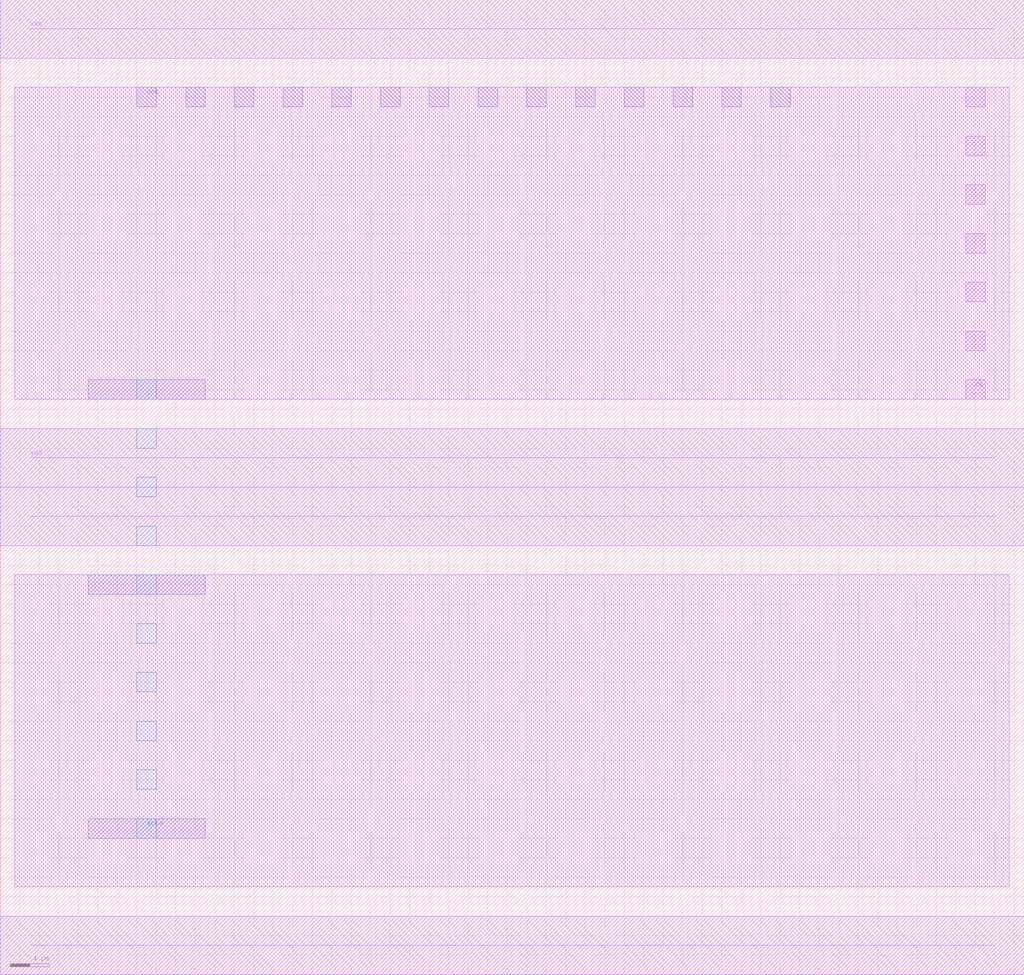
<source format=lef>

VERSION             5.2 ;
NAMESCASESENSITIVE  ON ;
BUSBITCHARS         "()" ;
DIVIDERCHAR         "." ;


MACRO rf2_dec_bufad0
    CLASS     CORE ;
    ORIGIN    0.00 0.00 ;
    SIZE      45.00 BY 50.00 ;
    SYMMETRY  X Y ;
    SITE      core ;
    PIN nq
        DIRECTION INOUT ;
        PORT
            LAYER ALU2 ;
            RECT 14.00 24.00 16.00 26.00 ;
        END
    END nq
    PIN q
        DIRECTION OUTPUT ;
        PORT
            LAYER ALU2 ;
            RECT 24.00 29.00 26.00 31.00 ;
        END
    END q
    PIN i
        DIRECTION INPUT ;
        PORT
            LAYER ALU1 ;
            RECT 4.00 39.00 6.00 41.00 ;
            RECT 4.00 34.00 6.00 36.00 ;
            RECT 4.00 29.00 6.00 31.00 ;
            RECT 4.00 24.00 6.00 26.00 ;
            RECT 4.00 19.00 6.00 21.00 ;
            RECT 4.00 14.00 6.00 16.00 ;
            RECT 4.00 9.00 6.00 11.00 ;
        END
    END i
    PIN vdd
        DIRECTION INPUT ;
        USE POWER ;
        SHAPE ABUTMENT ;
        PORT
            LAYER ALU1 ;
            WIDTH 6.00 ;
            PATH 3.00 47.00 42.00 47.00 ;
        END
    END vdd
    PIN vss
        DIRECTION INPUT ;
        USE GROUND ;
        SHAPE ABUTMENT ;
        PORT
            LAYER ALU1 ;
            WIDTH 6.00 ;
            PATH 3.00 3.00 42.00 3.00 ;
        END
    END vss
    OBS
        LAYER ALU1 ;
        RECT 1.50 9.00 43.50 41.00 ;
    END
END rf2_dec_bufad0


MACRO rf2_dec_bufad1_l
    CLASS     CORE ;
    ORIGIN    0.00 0.00 ;
    SIZE      50.00 BY 50.00 ;
    SYMMETRY  X Y ;
    SITE      core ;
    PIN nq
        DIRECTION OUTPUT ;
        PORT
            LAYER ALU3 ;
            RECT 24.00 19.00 26.00 21.00 ;
        END
    END nq
    PIN q
        DIRECTION OUTPUT ;
        PORT
            LAYER ALU3 ;
            RECT 29.00 19.00 31.00 21.00 ;
        END
    END q
    PIN i
        DIRECTION INPUT ;
        PORT
            LAYER ALU3 ;
            RECT 19.00 19.00 21.00 21.00 ;
        END
    END i
    PIN vdd
        DIRECTION INPUT ;
        USE POWER ;
        SHAPE ABUTMENT ;
        PORT
            LAYER ALU1 ;
            WIDTH 6.00 ;
            PATH 3.00 47.00 47.00 47.00 ;
        END
    END vdd
    PIN vss
        DIRECTION INPUT ;
        USE GROUND ;
        SHAPE ABUTMENT ;
        PORT
            LAYER ALU1 ;
            WIDTH 6.00 ;
            PATH 3.00 3.00 47.00 3.00 ;
        END
    END vss
    OBS
        LAYER ALU1 ;
        RECT 1.50 9.00 48.50 41.00 ;
        LAYER ALU2 ;
        RECT 19.00 19.00 31.00 21.00 ;
    END
END rf2_dec_bufad1_l


MACRO rf2_dec_bufad1_r
    CLASS     CORE ;
    ORIGIN    0.00 0.00 ;
    SIZE      100.00 BY 50.00 ;
    SYMMETRY  X Y ;
    SITE      core ;
    PIN nq
        DIRECTION OUTPUT ;
        PORT
            LAYER ALU3 ;
            RECT 24.00 19.00 26.00 21.00 ;
        END
    END nq
    PIN q
        DIRECTION OUTPUT ;
        PORT
            LAYER ALU3 ;
            RECT 29.00 19.00 31.00 21.00 ;
        END
    END q
    PIN i
        DIRECTION INPUT ;
        PORT
            LAYER ALU3 ;
            RECT 19.00 19.00 21.00 21.00 ;
        END
    END i
    PIN vdd
        DIRECTION INPUT ;
        USE POWER ;
        SHAPE ABUTMENT ;
        PORT
            LAYER ALU1 ;
            WIDTH 6.00 ;
            PATH 3.00 47.00 97.00 47.00 ;
        END
    END vdd
    PIN vss
        DIRECTION INPUT ;
        USE GROUND ;
        SHAPE ABUTMENT ;
        PORT
            LAYER ALU1 ;
            WIDTH 6.00 ;
            PATH 3.00 3.00 97.00 3.00 ;
        END
    END vss
    OBS
        LAYER ALU1 ;
        RECT 1.50 9.00 98.50 41.00 ;
        LAYER ALU2 ;
        RECT 19.00 19.00 31.00 21.00 ;
    END
END rf2_dec_bufad1_r


MACRO rf2_dec_bufad2_l
    CLASS     CORE ;
    ORIGIN    0.00 0.00 ;
    SIZE      50.00 BY 50.00 ;
    SYMMETRY  X Y ;
    SITE      core ;
    PIN nq0
        DIRECTION INOUT ;
        PORT
            LAYER ALU3 ;
            RECT 29.00 19.00 31.00 21.00 ;
        END
    END nq0
    PIN nq1
        DIRECTION INOUT ;
        PORT
            LAYER ALU3 ;
            RECT 34.00 19.00 36.00 21.00 ;
        END
    END nq1
    PIN q0
        DIRECTION OUTPUT ;
        PORT
            LAYER ALU3 ;
            RECT 19.00 19.00 21.00 21.00 ;
        END
    END q0
    PIN q1
        DIRECTION OUTPUT ;
        PORT
            LAYER ALU3 ;
            RECT 44.00 19.00 46.00 21.00 ;
        END
    END q1
    PIN i0
        DIRECTION INPUT ;
        PORT
            LAYER ALU3 ;
            RECT 24.00 19.00 26.00 21.00 ;
        END
    END i0
    PIN i1
        DIRECTION INPUT ;
        PORT
            LAYER ALU3 ;
            RECT 39.00 19.00 41.00 21.00 ;
        END
    END i1
    PIN vdd
        DIRECTION INPUT ;
        USE POWER ;
        SHAPE ABUTMENT ;
        PORT
            LAYER ALU1 ;
            WIDTH 6.00 ;
            PATH 3.00 47.00 47.00 47.00 ;
        END
    END vdd
    PIN vss
        DIRECTION INPUT ;
        USE GROUND ;
        SHAPE ABUTMENT ;
        PORT
            LAYER ALU1 ;
            WIDTH 6.00 ;
            PATH 3.00 3.00 47.00 3.00 ;
        END
    END vss
    OBS
        LAYER ALU1 ;
        RECT 1.50 9.00 48.50 41.00 ;
        LAYER ALU2 ;
        RECT 19.00 19.00 46.00 21.00 ;
    END
END rf2_dec_bufad2_l


MACRO rf2_dec_bufad2_r
    CLASS     CORE ;
    ORIGIN    0.00 0.00 ;
    SIZE      100.00 BY 50.00 ;
    SYMMETRY  X Y ;
    SITE      core ;
    PIN nq0
        DIRECTION INOUT ;
        PORT
            LAYER ALU3 ;
            RECT 29.00 19.00 31.00 21.00 ;
        END
    END nq0
    PIN nq1
        DIRECTION INOUT ;
        PORT
            LAYER ALU3 ;
            RECT 34.00 19.00 36.00 21.00 ;
        END
    END nq1
    PIN q0
        DIRECTION OUTPUT ;
        PORT
            LAYER ALU3 ;
            RECT 19.00 19.00 21.00 21.00 ;
        END
    END q0
    PIN q1
        DIRECTION OUTPUT ;
        PORT
            LAYER ALU3 ;
            RECT 44.00 19.00 46.00 21.00 ;
        END
    END q1
    PIN i0
        DIRECTION INPUT ;
        PORT
            LAYER ALU3 ;
            RECT 24.00 19.00 26.00 21.00 ;
        END
    END i0
    PIN i1
        DIRECTION INPUT ;
        PORT
            LAYER ALU3 ;
            RECT 39.00 19.00 41.00 21.00 ;
        END
    END i1
    PIN vdd
        DIRECTION INPUT ;
        USE POWER ;
        SHAPE ABUTMENT ;
        PORT
            LAYER ALU1 ;
            WIDTH 6.00 ;
            PATH 3.00 47.00 97.00 47.00 ;
        END
    END vdd
    PIN vss
        DIRECTION INPUT ;
        USE GROUND ;
        SHAPE ABUTMENT ;
        PORT
            LAYER ALU1 ;
            WIDTH 6.00 ;
            PATH 3.00 3.00 97.00 3.00 ;
        END
    END vss
    OBS
        LAYER ALU1 ;
        RECT 1.50 9.00 98.50 41.00 ;
        LAYER ALU2 ;
        RECT 19.00 19.00 46.00 21.00 ;
    END
END rf2_dec_bufad2_r


MACRO rf2_dec_nand2
    CLASS     CORE ;
    ORIGIN    0.00 0.00 ;
    SIZE      70.00 BY 50.00 ;
    SYMMETRY  X Y ;
    SITE      core ;
    PIN nq
        DIRECTION OUTPUT ;
        PORT
            LAYER ALU3 ;
            RECT 44.00 19.00 46.00 21.00 ;
        END
    END nq
    PIN i0
        DIRECTION INPUT ;
        PORT
            LAYER ALU3 ;
            RECT 14.00 19.00 16.00 21.00 ;
        END
    END i0
    PIN i1
        DIRECTION INPUT ;
        PORT
            LAYER ALU3 ;
            RECT 24.00 19.00 26.00 21.00 ;
        END
    END i1
    PIN vdd
        DIRECTION INPUT ;
        USE POWER ;
        SHAPE ABUTMENT ;
        PORT
            LAYER ALU1 ;
            WIDTH 6.00 ;
            PATH 3.00 47.00 67.00 47.00 ;
        END
    END vdd
    PIN vss
        DIRECTION INPUT ;
        USE GROUND ;
        SHAPE ABUTMENT ;
        PORT
            LAYER ALU1 ;
            WIDTH 6.00 ;
            PATH 3.00 3.00 67.00 3.00 ;
        END
    END vss
    OBS
        LAYER ALU1 ;
        RECT 1.50 9.00 68.50 41.00 ;
        LAYER ALU2 ;
        RECT 19.00 19.00 26.00 21.00 ;
        RECT 14.00 19.00 46.00 21.00 ;
    END
END rf2_dec_nand2


MACRO rf2_dec_nand3
    CLASS     CORE ;
    ORIGIN    0.00 0.00 ;
    SIZE      70.00 BY 50.00 ;
    SYMMETRY  X Y ;
    SITE      core ;
    PIN nq
        DIRECTION OUTPUT ;
        PORT
            LAYER ALU3 ;
            RECT 44.00 19.00 46.00 21.00 ;
        END
    END nq
    PIN i0
        DIRECTION INPUT ;
        PORT
            LAYER ALU3 ;
            RECT 14.00 19.00 16.00 21.00 ;
        END
    END i0
    PIN i2
        DIRECTION INPUT ;
        PORT
            LAYER ALU3 ;
            RECT 29.00 19.00 31.00 21.00 ;
        END
    END i2
    PIN i1
        DIRECTION INPUT ;
        PORT
            LAYER ALU3 ;
            RECT 24.00 19.00 26.00 21.00 ;
        END
    END i1
    PIN vdd
        DIRECTION INPUT ;
        USE POWER ;
        SHAPE ABUTMENT ;
        PORT
            LAYER ALU1 ;
            WIDTH 6.00 ;
            PATH 3.00 47.00 67.00 47.00 ;
        END
    END vdd
    PIN vss
        DIRECTION INPUT ;
        USE GROUND ;
        SHAPE ABUTMENT ;
        PORT
            LAYER ALU1 ;
            WIDTH 6.00 ;
            PATH 3.00 3.00 67.00 3.00 ;
        END
    END vss
    OBS
        LAYER ALU1 ;
        RECT 1.50 9.00 68.50 41.00 ;
        LAYER ALU2 ;
        RECT 19.00 19.00 26.00 21.00 ;
        RECT 14.00 19.00 46.00 21.00 ;
    END
END rf2_dec_nand3


MACRO rf2_dec_nand4
    CLASS     CORE ;
    ORIGIN    0.00 0.00 ;
    SIZE      70.00 BY 50.00 ;
    SYMMETRY  X Y ;
    SITE      core ;
    PIN nq
        DIRECTION OUTPUT ;
        PORT
            LAYER ALU3 ;
            RECT 44.00 19.00 46.00 21.00 ;
        END
    END nq
    PIN i1
        DIRECTION INPUT ;
        PORT
            LAYER ALU3 ;
            RECT 24.00 19.00 26.00 21.00 ;
        END
    END i1
    PIN i2
        DIRECTION INPUT ;
        PORT
            LAYER ALU3 ;
            RECT 29.00 19.00 31.00 21.00 ;
        END
    END i2
    PIN i0
        DIRECTION INPUT ;
        PORT
            LAYER ALU3 ;
            RECT 14.00 19.00 16.00 21.00 ;
        END
    END i0
    PIN i3
        DIRECTION INPUT ;
        PORT
            LAYER ALU3 ;
            RECT 34.00 19.00 36.00 21.00 ;
        END
    END i3
    PIN vdd
        DIRECTION INPUT ;
        USE POWER ;
        SHAPE ABUTMENT ;
        PORT
            LAYER ALU1 ;
            WIDTH 6.00 ;
            PATH 3.00 47.00 67.00 47.00 ;
        END
    END vdd
    PIN vss
        DIRECTION INPUT ;
        USE GROUND ;
        SHAPE ABUTMENT ;
        PORT
            LAYER ALU1 ;
            WIDTH 6.00 ;
            PATH 3.00 3.00 67.00 3.00 ;
        END
    END vss
    OBS
        LAYER ALU1 ;
        RECT 1.50 9.00 68.50 41.00 ;
        LAYER ALU2 ;
        RECT 14.00 19.00 46.00 21.00 ;
        RECT 19.00 19.00 26.00 21.00 ;
    END
END rf2_dec_nand4


MACRO rf2_dec_nao3
    CLASS     CORE ;
    ORIGIN    0.00 0.00 ;
    SIZE      35.00 BY 50.00 ;
    SYMMETRY  X Y ;
    SITE      core ;
    PIN nq
        DIRECTION OUTPUT ;
        PORT
            LAYER ALU2 ;
            RECT 9.00 14.00 11.00 16.00 ;
        END
    END nq
    PIN i1
        DIRECTION INPUT ;
        PORT
            LAYER ALU2 ;
            RECT 4.00 19.00 6.00 21.00 ;
        END
    END i1
    PIN i0
        DIRECTION INPUT ;
        PORT
            LAYER ALU2 ;
            RECT 9.00 39.00 11.00 41.00 ;
        END
    END i0
    PIN i2
        DIRECTION INPUT ;
        PORT
            LAYER ALU2 ;
            RECT 19.00 34.00 21.00 36.00 ;
        END
    END i2
    PIN vdd
        DIRECTION INPUT ;
        USE POWER ;
        SHAPE ABUTMENT ;
        PORT
            LAYER ALU1 ;
            WIDTH 6.00 ;
            PATH 3.00 47.00 32.00 47.00 ;
        END
    END vdd
    PIN vss
        DIRECTION INPUT ;
        USE GROUND ;
        SHAPE ABUTMENT ;
        PORT
            LAYER ALU1 ;
            WIDTH 6.00 ;
            PATH 3.00 3.00 32.00 3.00 ;
        END
    END vss
    OBS
        LAYER ALU1 ;
        RECT 1.50 9.00 33.50 41.00 ;
        LAYER ALU2 ;
        RECT 4.00 19.00 11.00 21.00 ;
    END
END rf2_dec_nao3


MACRO rf2_dec_nbuf
    CLASS     CORE ;
    ORIGIN    0.00 0.00 ;
    SIZE      105.00 BY 50.00 ;
    SYMMETRY  X Y ;
    SITE      core ;
    PIN nq
        DIRECTION OUTPUT ;
        PORT
            LAYER ALU2 ;
            RECT 19.00 9.00 21.00 11.00 ;
            RECT 14.00 9.00 16.00 11.00 ;
            RECT 9.00 9.00 11.00 11.00 ;
        END
    END nq
    PIN i
        DIRECTION INPUT ;
        PORT
            LAYER ALU1 ;
            RECT 49.00 39.00 51.00 41.00 ;
            RECT 49.00 34.00 51.00 36.00 ;
            RECT 49.00 29.00 51.00 31.00 ;
            RECT 49.00 24.00 51.00 26.00 ;
            RECT 49.00 19.00 51.00 21.00 ;
            RECT 49.00 14.00 51.00 16.00 ;
            RECT 49.00 9.00 51.00 11.00 ;
        END
    END i
    PIN vdd
        DIRECTION INPUT ;
        USE POWER ;
        SHAPE ABUTMENT ;
        PORT
            LAYER ALU1 ;
            WIDTH 6.00 ;
            PATH 3.00 47.00 102.00 47.00 ;
        END
    END vdd
    PIN vss
        DIRECTION INPUT ;
        USE GROUND ;
        SHAPE ABUTMENT ;
        PORT
            LAYER ALU1 ;
            WIDTH 6.00 ;
            PATH 3.00 3.00 102.00 3.00 ;
        END
    END vss
    OBS
        LAYER ALU1 ;
        RECT 1.50 9.00 103.50 41.00 ;
    END
END rf2_dec_nbuf


MACRO rf2_dec_nor3
    CLASS     CORE ;
    ORIGIN    0.00 0.00 ;
    SIZE      35.00 BY 50.00 ;
    SYMMETRY  X Y ;
    SITE      core ;
    PIN nq
        DIRECTION OUTPUT ;
        PORT
            LAYER ALU2 ;
            RECT 9.00 14.00 11.00 16.00 ;
        END
    END nq
    PIN i0
        DIRECTION INPUT ;
        PORT
            LAYER ALU2 ;
            RECT 9.00 39.00 11.00 41.00 ;
        END
    END i0
    PIN i2
        DIRECTION INPUT ;
        PORT
            LAYER ALU2 ;
            RECT 19.00 9.00 21.00 11.00 ;
        END
    END i2
    PIN i1
        DIRECTION INPUT ;
        PORT
            LAYER ALU2 ;
            RECT 4.00 19.00 6.00 21.00 ;
        END
    END i1
    PIN vdd
        DIRECTION INPUT ;
        USE POWER ;
        SHAPE ABUTMENT ;
        PORT
            LAYER ALU1 ;
            WIDTH 6.00 ;
            PATH 3.00 47.00 32.00 47.00 ;
        END
    END vdd
    PIN vss
        DIRECTION INPUT ;
        USE GROUND ;
        SHAPE ABUTMENT ;
        PORT
            LAYER ALU1 ;
            WIDTH 6.00 ;
            PATH 3.00 3.00 32.00 3.00 ;
        END
    END vss
    OBS
        LAYER ALU1 ;
        RECT 1.50 9.00 33.50 41.00 ;
        LAYER ALU2 ;
        RECT 4.00 19.00 11.00 21.00 ;
    END
END rf2_dec_nor3


MACRO rf2_inmux_buf
    CLASS     CORE ;
    ORIGIN    0.00 0.00 ;
    SIZE      45.00 BY 100.00 ;
    SYMMETRY  Y ;
    SITE      core ;
    PIN sel0
        DIRECTION OUTPUT ;
        PORT
            LAYER ALU3 ;
            RECT 34.00 39.00 36.00 41.00 ;
        END
    END sel0
    PIN sel1
        DIRECTION OUTPUT ;
        PORT
            LAYER ALU3 ;
            RECT 24.00 14.00 26.00 16.00 ;
        END
    END sel1
    PIN sel
        DIRECTION INPUT ;
        PORT
            LAYER ALU1 ;
            RECT 14.00 89.00 16.00 91.00 ;
            RECT 14.00 84.00 16.00 86.00 ;
            RECT 14.00 79.00 16.00 81.00 ;
            RECT 14.00 74.00 16.00 76.00 ;
            RECT 14.00 69.00 16.00 71.00 ;
        END
    END sel
    PIN vdd
        DIRECTION INPUT ;
        USE POWER ;
        SHAPE ABUTMENT ;
        PORT
            LAYER ALU1 ;
            WIDTH 6.00 ;
            PATH 3.00 47.00 42.00 47.00 ;
            LAYER ALU1 ;
            WIDTH 6.00 ;
            PATH 3.00 53.00 42.00 53.00 ;
        END
    END vdd
    PIN vss
        DIRECTION INPUT ;
        USE GROUND ;
        SHAPE ABUTMENT ;
        PORT
            LAYER ALU1 ;
            WIDTH 6.00 ;
            PATH 3.00 3.00 42.00 3.00 ;
            LAYER ALU1 ;
            WIDTH 6.00 ;
            PATH 3.00 97.00 42.00 97.00 ;
        END
    END vss
    OBS
        LAYER ALU1 ;
        RECT 1.50 9.00 43.50 41.00 ;
        RECT 1.50 59.00 43.50 91.00 ;
        LAYER ALU2 ;
        RECT 26.00 39.00 40.00 41.00 ;
        RECT 8.00 14.00 26.00 16.00 ;
        RECT 4.00 14.00 26.00 16.00 ;
        RECT 24.00 39.00 41.00 41.00 ;
    END
END rf2_inmux_buf


MACRO rf2_inmux_mem
    CLASS     CORE ;
    ORIGIN    0.00 0.00 ;
    SIZE      45.00 BY 50.00 ;
    SYMMETRY  X Y ;
    SITE      core ;
    PIN dinx
        DIRECTION OUTPUT ;
        PORT
            LAYER ALU2 ;
            RECT 9.00 9.00 11.00 11.00 ;
        END
    END dinx
    PIN datain1
        DIRECTION INPUT ;
        PORT
            LAYER ALU1 ;
            RECT 39.00 39.00 41.00 41.00 ;
            RECT 39.00 34.00 41.00 36.00 ;
            RECT 39.00 29.00 41.00 31.00 ;
            RECT 39.00 24.00 41.00 26.00 ;
            RECT 39.00 19.00 41.00 21.00 ;
            RECT 39.00 14.00 41.00 16.00 ;
        END
    END datain1
    PIN datain0
        DIRECTION INPUT ;
        PORT
            LAYER ALU1 ;
            RECT 19.00 39.00 21.00 41.00 ;
            RECT 19.00 34.00 21.00 36.00 ;
            RECT 19.00 29.00 21.00 31.00 ;
            RECT 19.00 24.00 21.00 26.00 ;
            RECT 19.00 19.00 21.00 21.00 ;
            RECT 19.00 14.00 21.00 16.00 ;
        END
    END datain0
    PIN sel0
        DIRECTION INPUT ;
        PORT
            LAYER ALU3 ;
            RECT 34.00 29.00 36.00 31.00 ;
        END
    END sel0
    PIN sel1
        DIRECTION INPUT ;
        PORT
            LAYER ALU3 ;
            RECT 24.00 29.00 26.00 31.00 ;
        END
    END sel1
    PIN vdd
        DIRECTION INPUT ;
        USE POWER ;
        SHAPE ABUTMENT ;
        PORT
            LAYER ALU1 ;
            WIDTH 6.00 ;
            PATH 3.00 47.00 42.00 47.00 ;
        END
    END vdd
    PIN vss
        DIRECTION INPUT ;
        USE GROUND ;
        SHAPE ABUTMENT ;
        PORT
            LAYER ALU1 ;
            WIDTH 6.00 ;
            PATH 3.00 3.00 42.00 3.00 ;
        END
    END vss
    OBS
        LAYER ALU1 ;
        RECT 1.50 9.00 43.50 41.00 ;
        LAYER ALU2 ;
        RECT 24.00 29.00 36.00 31.00 ;
    END
END rf2_inmux_mem


MACRO rf2_mid_buf
    CLASS     CORE ;
    ORIGIN    0.00 0.00 ;
    SIZE      35.00 BY 100.00 ;
    SYMMETRY  Y ;
    SITE      core ;
    PIN reada
        DIRECTION OUTPUT ;
        PORT
            LAYER ALU3 ;
            RECT 19.00 59.00 21.00 61.00 ;
            RECT 19.00 54.00 21.00 56.00 ;
            RECT 19.00 49.00 21.00 51.00 ;
            RECT 19.00 44.00 21.00 46.00 ;
            RECT 19.00 39.00 21.00 41.00 ;
            RECT 19.00 34.00 21.00 36.00 ;
            RECT 19.00 29.00 21.00 31.00 ;
            RECT 19.00 24.00 21.00 26.00 ;
            RECT 19.00 19.00 21.00 21.00 ;
            RECT 19.00 14.00 21.00 16.00 ;
        END
    END reada
    PIN write
        DIRECTION OUTPUT ;
        PORT
            LAYER ALU3 ;
            RECT 4.00 59.00 6.00 61.00 ;
            RECT 4.00 54.00 6.00 56.00 ;
            RECT 4.00 49.00 6.00 51.00 ;
            RECT 4.00 44.00 6.00 46.00 ;
            RECT 4.00 39.00 6.00 41.00 ;
            RECT 4.00 34.00 6.00 36.00 ;
            RECT 4.00 29.00 6.00 31.00 ;
            RECT 4.00 24.00 6.00 26.00 ;
            RECT 4.00 19.00 6.00 21.00 ;
            RECT 4.00 14.00 6.00 16.00 ;
        END
    END write
    PIN readb
        DIRECTION OUTPUT ;
        PORT
            LAYER ALU3 ;
            RECT 29.00 59.00 31.00 61.00 ;
            RECT 29.00 54.00 31.00 56.00 ;
            RECT 29.00 49.00 31.00 51.00 ;
            RECT 29.00 44.00 31.00 46.00 ;
            RECT 29.00 39.00 31.00 41.00 ;
            RECT 29.00 34.00 31.00 36.00 ;
            RECT 29.00 29.00 31.00 31.00 ;
            RECT 29.00 24.00 31.00 26.00 ;
            RECT 29.00 19.00 31.00 21.00 ;
            RECT 29.00 14.00 31.00 16.00 ;
        END
    END readb
    PIN selrb
        DIRECTION INPUT ;
        PORT
            LAYER ALU2 ;
            RECT 24.00 84.00 26.00 86.00 ;
        END
    END selrb
    PIN selra
        DIRECTION INPUT ;
        PORT
            LAYER ALU2 ;
            RECT 14.00 84.00 16.00 86.00 ;
        END
    END selra
    PIN nck
        DIRECTION INPUT ;
        PORT
            LAYER ALU2 ;
            RECT -1.00 89.00 1.00 91.00 ;
        END
    END nck
    PIN selw
        DIRECTION INPUT ;
        PORT
            LAYER ALU2 ;
            RECT 9.00 84.00 11.00 86.00 ;
        END
    END selw
    PIN vdd
        DIRECTION INPUT ;
        USE POWER ;
        SHAPE ABUTMENT ;
        PORT
            LAYER ALU1 ;
            WIDTH 6.00 ;
            PATH 3.00 47.00 32.00 47.00 ;
            LAYER ALU1 ;
            WIDTH 6.00 ;
            PATH 3.00 53.00 32.00 53.00 ;
        END
    END vdd
    PIN vss
        DIRECTION INPUT ;
        USE GROUND ;
        SHAPE ABUTMENT ;
        PORT
            LAYER ALU1 ;
            WIDTH 6.00 ;
            PATH 3.00 3.00 32.00 3.00 ;
            LAYER ALU1 ;
            WIDTH 6.00 ;
            PATH 3.00 97.00 32.00 97.00 ;
        END
    END vss
    OBS
        LAYER ALU1 ;
        RECT 1.50 9.00 33.50 41.00 ;
        RECT 1.50 59.00 33.50 91.00 ;
        LAYER ALU2 ;
        RECT 14.00 64.00 31.00 66.00 ;
        RECT 4.00 59.00 31.00 61.00 ;
        RECT 4.00 39.00 31.00 41.00 ;
        RECT 14.00 19.00 26.00 21.00 ;
        RECT 4.00 14.00 31.00 16.00 ;
        RECT 17.00 39.00 21.00 41.00 ;
        RECT 17.00 14.00 21.00 16.00 ;
        RECT 14.00 64.00 21.00 66.00 ;
        RECT 24.00 64.00 31.00 66.00 ;
        LAYER ALU3 ;
        RECT 14.00 19.00 16.00 66.00 ;
        RECT 24.00 19.00 26.00 66.00 ;
        RECT 24.00 19.00 26.00 66.00 ;
        RECT 14.00 19.00 16.00 66.00 ;
    END
END rf2_mid_buf


MACRO rf2_mid_mem_r0
    CLASS     CORE ;
    ORIGIN    0.00 0.00 ;
    SIZE      35.00 BY 50.00 ;
    SYMMETRY  X Y ;
    SITE      core ;
    PIN busb
        DIRECTION OUTPUT TRISTATE ;
        PORT
            LAYER ALU2 ;
            RECT 34.00 24.00 36.00 26.00 ;
        END
    END busb
    PIN busa
        DIRECTION OUTPUT TRISTATE ;
        PORT
            LAYER ALU2 ;
            RECT 34.00 14.00 36.00 16.00 ;
        END
    END busa
    PIN write
        DIRECTION INPUT ;
        PORT
            LAYER ALU3 ;
            RECT 4.00 29.00 6.00 31.00 ;
        END
    END write
    PIN dinx
        DIRECTION INPUT ;
        PORT
            LAYER ALU2 ;
            RECT 19.00 9.00 21.00 11.00 ;
        END
    END dinx
    PIN reada
        DIRECTION INPUT ;
        PORT
            LAYER ALU3 ;
            RECT 19.00 29.00 21.00 31.00 ;
        END
    END reada
    PIN readb
        DIRECTION INPUT ;
        PORT
            LAYER ALU3 ;
            RECT 29.00 29.00 31.00 31.00 ;
        END
    END readb
    PIN vdd
        DIRECTION INPUT ;
        USE POWER ;
        SHAPE ABUTMENT ;
        PORT
            LAYER ALU1 ;
            WIDTH 6.00 ;
            PATH 3.00 47.00 32.00 47.00 ;
        END
    END vdd
    PIN vss
        DIRECTION INPUT ;
        USE GROUND ;
        SHAPE ABUTMENT ;
        PORT
            LAYER ALU1 ;
            WIDTH 6.00 ;
            PATH 3.00 3.00 32.00 3.00 ;
        END
    END vss
    OBS
        LAYER ALU1 ;
        RECT 1.50 9.00 33.50 41.00 ;
        LAYER ALU2 ;
        RECT 19.00 29.00 26.00 31.00 ;
    END
END rf2_mid_mem_r0


MACRO rf2_mid_mem
    CLASS     CORE ;
    ORIGIN    0.00 0.00 ;
    SIZE      35.00 BY 50.00 ;
    SYMMETRY  X Y ;
    SITE      core ;
    PIN busb
        DIRECTION OUTPUT TRISTATE ;
        PORT
            LAYER ALU2 ;
            RECT 34.00 24.00 36.00 26.00 ;
        END
    END busb
    PIN busa
        DIRECTION OUTPUT TRISTATE ;
        PORT
            LAYER ALU2 ;
            RECT 34.00 14.00 36.00 16.00 ;
        END
    END busa
    PIN write
        DIRECTION INPUT ;
        PORT
            LAYER ALU3 ;
            RECT 4.00 29.00 6.00 31.00 ;
        END
    END write
    PIN dinx
        DIRECTION INPUT ;
        PORT
            LAYER ALU2 ;
            RECT 19.00 9.00 21.00 11.00 ;
        END
    END dinx
    PIN reada
        DIRECTION INPUT ;
        PORT
            LAYER ALU3 ;
            RECT 19.00 29.00 21.00 31.00 ;
        END
    END reada
    PIN readb
        DIRECTION INPUT ;
        PORT
            LAYER ALU3 ;
            RECT 29.00 29.00 31.00 31.00 ;
        END
    END readb
    PIN vdd
        DIRECTION INPUT ;
        USE POWER ;
        SHAPE ABUTMENT ;
        PORT
            LAYER ALU1 ;
            WIDTH 6.00 ;
            PATH 3.00 47.00 32.00 47.00 ;
        END
    END vdd
    PIN vss
        DIRECTION INPUT ;
        USE GROUND ;
        SHAPE ABUTMENT ;
        PORT
            LAYER ALU1 ;
            WIDTH 6.00 ;
            PATH 3.00 3.00 32.00 3.00 ;
        END
    END vss
    OBS
        LAYER ALU1 ;
        RECT 1.50 9.00 33.50 41.00 ;
        LAYER ALU2 ;
        RECT 19.00 29.00 26.00 31.00 ;
        RECT 4.00 29.00 16.00 31.00 ;
    END
END rf2_mid_mem


MACRO rf2_out_buf
    CLASS     CORE ;
    ORIGIN    0.00 0.00 ;
    SIZE      105.00 BY 100.00 ;
    SYMMETRY  Y ;
    SITE      core ;
    PIN xcks
        DIRECTION OUTPUT ;
        PORT
            LAYER ALU3 ;
            RECT 14.00 59.00 16.00 61.00 ;
            RECT 14.00 54.00 16.00 56.00 ;
            RECT 14.00 49.00 16.00 51.00 ;
            RECT 14.00 44.00 16.00 46.00 ;
            RECT 14.00 39.00 16.00 41.00 ;
            RECT 14.00 34.00 16.00 36.00 ;
            RECT 14.00 29.00 16.00 31.00 ;
            RECT 14.00 24.00 16.00 26.00 ;
            RECT 14.00 19.00 16.00 21.00 ;
            RECT 14.00 14.00 16.00 16.00 ;
        END
    END xcks
    PIN nck
        DIRECTION OUTPUT ;
        PORT
            LAYER ALU2 ;
            RECT 79.00 89.00 81.00 91.00 ;
            RECT 74.00 89.00 76.00 91.00 ;
            RECT 69.00 89.00 71.00 91.00 ;
            RECT 64.00 89.00 66.00 91.00 ;
            RECT 59.00 89.00 61.00 91.00 ;
            RECT 54.00 89.00 56.00 91.00 ;
            RECT 49.00 89.00 51.00 91.00 ;
            RECT 44.00 89.00 46.00 91.00 ;
            RECT 39.00 89.00 41.00 91.00 ;
            RECT 34.00 89.00 36.00 91.00 ;
            RECT 29.00 89.00 31.00 91.00 ;
            RECT 24.00 89.00 26.00 91.00 ;
            RECT 19.00 89.00 21.00 91.00 ;
            RECT 14.00 89.00 16.00 91.00 ;
            LAYER ALU2 ;
            RECT 14.00 89.00 16.00 91.00 ;
        END
    END nck
    PIN vdd
        DIRECTION INPUT ;
        USE POWER ;
        SHAPE ABUTMENT ;
        PORT
            LAYER ALU1 ;
            WIDTH 6.00 ;
            PATH 3.00 47.00 102.00 47.00 ;
            LAYER ALU1 ;
            WIDTH 6.00 ;
            PATH 3.00 53.00 102.00 53.00 ;
        END
    END vdd
    PIN vss
        DIRECTION INPUT ;
        USE GROUND ;
        SHAPE ABUTMENT ;
        PORT
            LAYER ALU1 ;
            WIDTH 6.00 ;
            PATH 3.00 3.00 102.00 3.00 ;
            LAYER ALU1 ;
            WIDTH 6.00 ;
            PATH 3.00 97.00 102.00 97.00 ;
        END
    END vss
    PIN ck
        DIRECTION INPUT ;
        USE CLOCK ;
        PORT
            LAYER ALU1 ;
            RECT 99.00 89.00 101.00 91.00 ;
            RECT 99.00 84.00 101.00 86.00 ;
            RECT 99.00 79.00 101.00 81.00 ;
            RECT 99.00 74.00 101.00 76.00 ;
            RECT 99.00 69.00 101.00 71.00 ;
            RECT 99.00 64.00 101.00 66.00 ;
            RECT 99.00 59.00 101.00 61.00 ;
        END
    END ck
    OBS
        LAYER ALU1 ;
        RECT 1.50 9.00 103.50 41.00 ;
        RECT 1.50 59.00 103.50 91.00 ;
        LAYER ALU2 ;
        RECT 9.00 59.00 21.00 61.00 ;
        RECT 9.00 39.00 21.00 41.00 ;
        RECT 9.00 14.00 21.00 16.00 ;
    END
END rf2_out_buf


MACRO rf2_out_mem
    CLASS     CORE ;
    ORIGIN    0.00 0.00 ;
    SIZE      105.00 BY 50.00 ;
    SYMMETRY  X Y ;
    SITE      core ;
    PIN dataoutb
        DIRECTION OUTPUT ;
        PORT
            LAYER ALU1 ;
            RECT 44.00 39.00 46.00 41.00 ;
            RECT 44.00 34.00 46.00 36.00 ;
            RECT 44.00 29.00 46.00 31.00 ;
            RECT 44.00 24.00 46.00 26.00 ;
            RECT 44.00 19.00 46.00 21.00 ;
            RECT 44.00 14.00 46.00 16.00 ;
            RECT 44.00 9.00 46.00 11.00 ;
        END
    END dataoutb
    PIN dataouta
        DIRECTION OUTPUT ;
        PORT
            LAYER ALU1 ;
            RECT 59.00 39.00 61.00 41.00 ;
            RECT 59.00 34.00 61.00 36.00 ;
            RECT 59.00 29.00 61.00 31.00 ;
            RECT 59.00 24.00 61.00 26.00 ;
            RECT 59.00 19.00 61.00 21.00 ;
            RECT 59.00 14.00 61.00 16.00 ;
            RECT 59.00 9.00 61.00 11.00 ;
        END
    END dataouta
    PIN busb
        DIRECTION INPUT ;
        PORT
            LAYER ALU2 ;
            RECT 4.00 24.00 6.00 26.00 ;
        END
    END busb
    PIN xcks
        DIRECTION INPUT ;
        PORT
            LAYER ALU3 ;
            RECT 14.00 24.00 16.00 26.00 ;
        END
    END xcks
    PIN busa
        DIRECTION INPUT ;
        PORT
            LAYER ALU2 ;
            RECT 99.00 14.00 101.00 16.00 ;
        END
    END busa
    PIN vdd
        DIRECTION INPUT ;
        USE POWER ;
        SHAPE ABUTMENT ;
        PORT
            LAYER ALU1 ;
            WIDTH 6.00 ;
            PATH 3.00 47.00 102.00 47.00 ;
        END
    END vdd
    PIN vss
        DIRECTION INPUT ;
        USE GROUND ;
        SHAPE ABUTMENT ;
        PORT
            LAYER ALU1 ;
            WIDTH 6.00 ;
            PATH 3.00 3.00 102.00 3.00 ;
        END
    END vss
    OBS
        LAYER ALU1 ;
        RECT 1.50 9.00 103.50 41.00 ;
        LAYER ALU2 ;
        RECT 14.00 24.00 86.00 26.00 ;
        RECT 14.00 24.00 86.00 26.00 ;
    END
END rf2_out_mem


END LIBRARY

</source>
